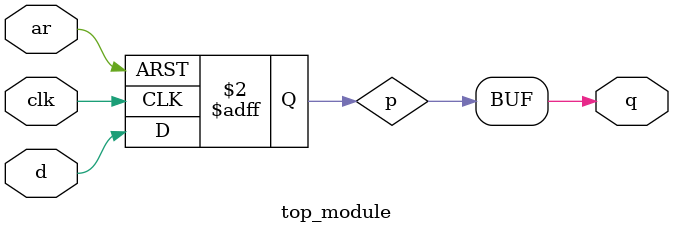
<source format=v>
module top_module (
    input clk,
    input d, 
    input ar,   // asynchronous reset
    output q);
    
    reg p;
    
    always@(posedge clk or posedge ar)
        begin 
            if(ar) 
                begin 
                    p<=1'b0;
                end 
            else 
                begin
                    p<=d;
                end 
        end

    assign q=p;
    
endmodule

</source>
